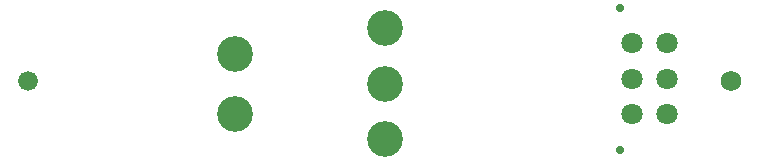
<source format=gbs>
G04*
G04 #@! TF.GenerationSoftware,Altium Limited,Altium Designer,21.6.4 (81)*
G04*
G04 Layer_Color=16711935*
%FSLAX25Y25*%
%MOIN*%
G70*
G04*
G04 #@! TF.SameCoordinates,40B795BF-6EDD-478F-B4CC-B7A9BF3E8EBB*
G04*
G04*
G04 #@! TF.FilePolarity,Negative*
G04*
G01*
G75*
%ADD19C,0.07119*%
%ADD20C,0.02906*%
%ADD21C,0.06800*%
%ADD22C,0.06584*%
%ADD23C,0.11900*%
D19*
X673500Y157878D02*
D03*
Y169689D02*
D03*
Y181500D02*
D03*
X661689Y157878D02*
D03*
Y169689D02*
D03*
Y181500D02*
D03*
D20*
X657988Y146067D02*
D03*
Y193311D02*
D03*
D21*
X695000Y169000D02*
D03*
D22*
X460500D02*
D03*
D23*
X579500Y168000D02*
D03*
Y149500D02*
D03*
Y186500D02*
D03*
X529500Y178000D02*
D03*
Y158000D02*
D03*
M02*

</source>
